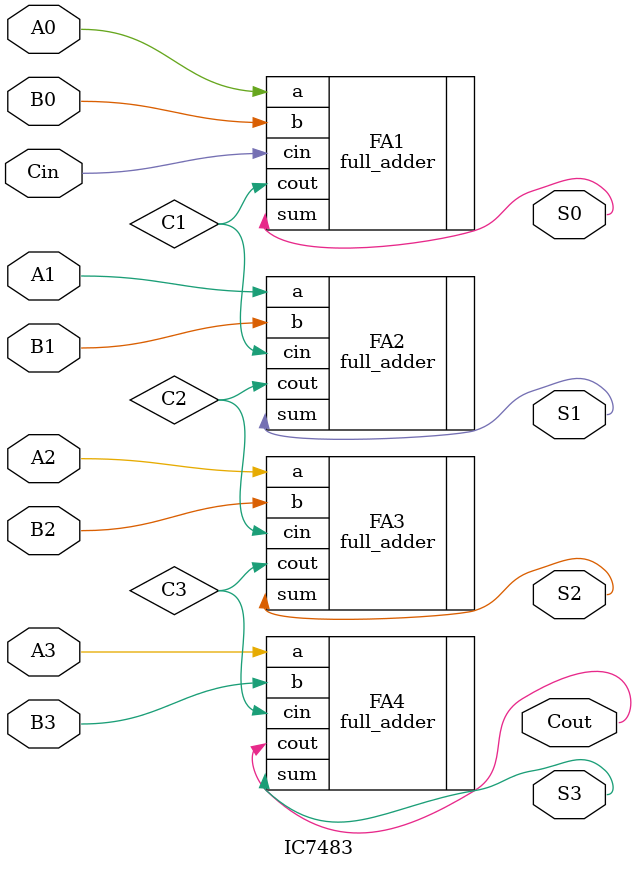
<source format=v>


module IC7483(
input A0,
input A1,
input A2,
input A3,
input B0,
input B1,
input B2,
input B3,
input Cin,
output S0,
output S1,
output S2,
output S3,
output Cout);
wire C1,C2,C3;
full_adder FA1(.a(A0), .b(B0), .cin(Cin), .sum(S0), .cout(C1));
full_adder FA2(.a(A1), .b(B1), .cin(C1), .sum(S1), .cout(C2));
full_adder FA3(.a(A2), .b(B2), .cin(C2), .sum(S2), .cout(C3));
full_adder FA4(.a(A3), .b(B3), .cin(C3), .sum(S3), .cout(Cout));
endmodule
</source>
